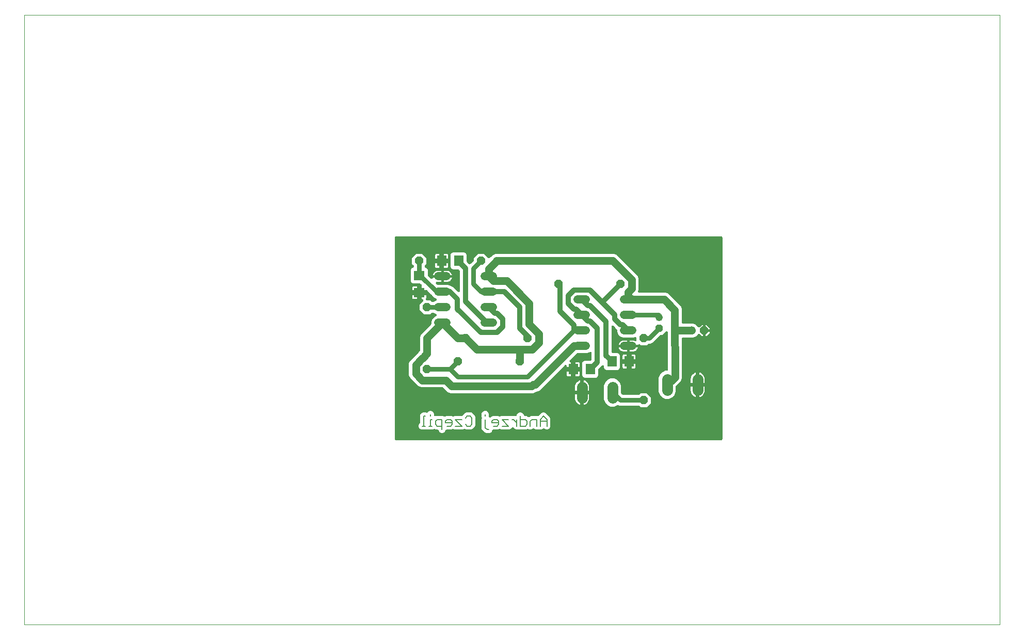
<source format=gbr>
G04 EAGLE Gerber RS-274X export*
G75*
%MOMM*%
%FSLAX34Y34*%
%LPD*%
%INTop Copper*%
%IPPOS*%
%AMOC8*
5,1,8,0,0,1.08239X$1,22.5*%
G01*
%ADD10C,0.000000*%
%ADD11C,0.152400*%
%ADD12R,1.600000X1.800000*%
%ADD13R,1.800000X1.600000*%
%ADD14P,1.319650X8X292.500000*%
%ADD15C,1.219200*%
%ADD16P,1.429621X8X22.500000*%
%ADD17C,1.320800*%
%ADD18C,1.790700*%
%ADD19P,1.429621X8X202.500000*%
%ADD20P,1.429621X8X292.500000*%
%ADD21P,1.429621X8X112.500000*%
%ADD22C,1.320800*%
%ADD23C,1.270000*%
%ADD24C,0.762000*%
%ADD25C,0.812800*%

G36*
X1143018Y302771D02*
X1143018Y302771D01*
X1143036Y302769D01*
X1143218Y302790D01*
X1143401Y302809D01*
X1143418Y302814D01*
X1143435Y302816D01*
X1143610Y302873D01*
X1143786Y302927D01*
X1143801Y302935D01*
X1143818Y302941D01*
X1143978Y303031D01*
X1144140Y303119D01*
X1144153Y303130D01*
X1144169Y303139D01*
X1144308Y303259D01*
X1144449Y303376D01*
X1144460Y303390D01*
X1144474Y303402D01*
X1144586Y303547D01*
X1144701Y303690D01*
X1144709Y303706D01*
X1144720Y303720D01*
X1144802Y303885D01*
X1144887Y304047D01*
X1144892Y304064D01*
X1144900Y304081D01*
X1144947Y304259D01*
X1144998Y304434D01*
X1145000Y304452D01*
X1145004Y304469D01*
X1145031Y304800D01*
X1145031Y635000D01*
X1145029Y635018D01*
X1145031Y635036D01*
X1145010Y635218D01*
X1144991Y635401D01*
X1144986Y635418D01*
X1144984Y635435D01*
X1144927Y635610D01*
X1144873Y635786D01*
X1144865Y635801D01*
X1144859Y635818D01*
X1144769Y635978D01*
X1144681Y636140D01*
X1144670Y636153D01*
X1144661Y636169D01*
X1144541Y636308D01*
X1144424Y636449D01*
X1144410Y636460D01*
X1144398Y636474D01*
X1144253Y636586D01*
X1144110Y636701D01*
X1144094Y636709D01*
X1144080Y636720D01*
X1143915Y636802D01*
X1143753Y636887D01*
X1143736Y636892D01*
X1143720Y636900D01*
X1143541Y636947D01*
X1143366Y636998D01*
X1143348Y637000D01*
X1143331Y637004D01*
X1143000Y637031D01*
X609600Y637031D01*
X609582Y637029D01*
X609564Y637031D01*
X609382Y637010D01*
X609199Y636991D01*
X609182Y636986D01*
X609165Y636984D01*
X608990Y636927D01*
X608814Y636873D01*
X608799Y636865D01*
X608782Y636859D01*
X608622Y636769D01*
X608460Y636681D01*
X608447Y636670D01*
X608431Y636661D01*
X608292Y636541D01*
X608151Y636424D01*
X608140Y636410D01*
X608127Y636398D01*
X608014Y636253D01*
X607899Y636110D01*
X607891Y636094D01*
X607880Y636080D01*
X607798Y635915D01*
X607713Y635753D01*
X607708Y635736D01*
X607700Y635720D01*
X607653Y635541D01*
X607602Y635366D01*
X607600Y635348D01*
X607596Y635331D01*
X607569Y635000D01*
X607569Y304800D01*
X607571Y304782D01*
X607569Y304764D01*
X607590Y304582D01*
X607609Y304399D01*
X607614Y304382D01*
X607616Y304365D01*
X607673Y304190D01*
X607727Y304014D01*
X607735Y303999D01*
X607741Y303982D01*
X607831Y303822D01*
X607919Y303660D01*
X607930Y303647D01*
X607939Y303631D01*
X608059Y303492D01*
X608176Y303351D01*
X608190Y303340D01*
X608202Y303327D01*
X608347Y303214D01*
X608490Y303099D01*
X608506Y303091D01*
X608520Y303080D01*
X608685Y302998D01*
X608847Y302913D01*
X608864Y302908D01*
X608881Y302900D01*
X609059Y302853D01*
X609234Y302802D01*
X609252Y302800D01*
X609269Y302796D01*
X609600Y302769D01*
X1143000Y302769D01*
X1143018Y302771D01*
G37*
%LPC*%
G36*
X1051708Y370712D02*
X1051708Y370712D01*
X1046550Y372849D01*
X1042602Y376797D01*
X1040466Y381955D01*
X1040466Y405445D01*
X1042602Y410603D01*
X1046550Y414551D01*
X1046778Y414646D01*
X1051682Y416677D01*
X1051708Y416688D01*
X1053656Y416688D01*
X1053677Y416690D01*
X1053698Y416688D01*
X1053877Y416710D01*
X1054057Y416728D01*
X1054077Y416734D01*
X1054098Y416736D01*
X1054269Y416793D01*
X1054442Y416846D01*
X1054460Y416856D01*
X1054481Y416862D01*
X1054637Y416952D01*
X1054796Y417038D01*
X1054812Y417051D01*
X1054831Y417062D01*
X1054967Y417180D01*
X1055105Y417295D01*
X1055118Y417312D01*
X1055134Y417326D01*
X1055245Y417469D01*
X1055357Y417609D01*
X1055367Y417628D01*
X1055380Y417645D01*
X1055460Y417807D01*
X1055543Y417966D01*
X1055549Y417987D01*
X1055558Y418006D01*
X1055604Y418180D01*
X1055654Y418353D01*
X1055656Y418374D01*
X1055662Y418395D01*
X1055688Y418726D01*
X1055654Y429086D01*
X1055488Y479795D01*
X1055488Y479800D01*
X1055488Y479806D01*
X1055467Y480001D01*
X1055447Y480195D01*
X1055445Y480201D01*
X1055445Y480206D01*
X1055385Y480395D01*
X1055328Y480580D01*
X1055325Y480585D01*
X1055323Y480590D01*
X1055228Y480763D01*
X1055135Y480933D01*
X1055131Y480937D01*
X1055128Y480942D01*
X1055003Y481090D01*
X1054876Y481242D01*
X1054871Y481245D01*
X1054868Y481249D01*
X1054717Y481369D01*
X1054561Y481493D01*
X1054556Y481496D01*
X1054552Y481499D01*
X1054378Y481587D01*
X1054204Y481677D01*
X1054198Y481679D01*
X1054193Y481681D01*
X1054006Y481734D01*
X1053816Y481787D01*
X1053811Y481788D01*
X1053805Y481789D01*
X1053609Y481804D01*
X1053415Y481819D01*
X1053409Y481818D01*
X1053404Y481819D01*
X1053207Y481794D01*
X1053015Y481771D01*
X1053010Y481769D01*
X1053004Y481768D01*
X1052818Y481706D01*
X1052633Y481645D01*
X1052628Y481642D01*
X1052623Y481640D01*
X1052453Y481542D01*
X1052283Y481446D01*
X1052279Y481442D01*
X1052274Y481439D01*
X1052021Y481224D01*
X1046030Y475233D01*
X1043638Y475233D01*
X1043611Y475231D01*
X1043585Y475233D01*
X1043411Y475211D01*
X1043237Y475193D01*
X1043212Y475186D01*
X1043185Y475182D01*
X1043019Y475126D01*
X1042852Y475075D01*
X1042829Y475062D01*
X1042804Y475054D01*
X1042652Y474967D01*
X1042498Y474883D01*
X1042478Y474866D01*
X1042455Y474853D01*
X1042202Y474638D01*
X1032713Y465149D01*
X1029926Y462363D01*
X1026659Y461009D01*
X1024475Y461009D01*
X1024449Y461007D01*
X1024422Y461009D01*
X1024248Y460987D01*
X1024075Y460969D01*
X1024049Y460962D01*
X1024023Y460958D01*
X1023857Y460903D01*
X1023690Y460851D01*
X1023666Y460838D01*
X1023641Y460830D01*
X1023489Y460743D01*
X1023336Y460659D01*
X1023315Y460642D01*
X1023292Y460629D01*
X1023039Y460414D01*
X1020840Y458215D01*
X1011160Y458215D01*
X1009808Y459567D01*
X1009678Y459674D01*
X1009551Y459785D01*
X1009522Y459801D01*
X1009497Y459822D01*
X1009348Y459901D01*
X1009202Y459985D01*
X1009170Y459995D01*
X1009141Y460011D01*
X1008980Y460059D01*
X1008820Y460112D01*
X1008787Y460116D01*
X1008755Y460126D01*
X1008587Y460141D01*
X1008420Y460162D01*
X1008387Y460159D01*
X1008354Y460162D01*
X1008186Y460144D01*
X1008019Y460131D01*
X1007987Y460122D01*
X1007954Y460119D01*
X1007793Y460068D01*
X1007631Y460022D01*
X1007602Y460007D01*
X1007570Y459997D01*
X1007423Y459916D01*
X1007273Y459839D01*
X1007247Y459818D01*
X1007218Y459802D01*
X1007089Y459693D01*
X1006957Y459589D01*
X1006936Y459563D01*
X1006911Y459542D01*
X1006806Y459410D01*
X1006698Y459281D01*
X1006682Y459252D01*
X1006665Y459231D01*
X992631Y459231D01*
X992631Y466345D01*
X997924Y466345D01*
X999345Y466120D01*
X1000714Y465675D01*
X1001362Y465345D01*
X1001449Y465311D01*
X1001531Y465268D01*
X1001636Y465238D01*
X1001737Y465199D01*
X1001829Y465182D01*
X1001918Y465157D01*
X1002027Y465148D01*
X1002133Y465129D01*
X1002227Y465131D01*
X1002320Y465124D01*
X1002427Y465136D01*
X1002536Y465139D01*
X1002627Y465160D01*
X1002719Y465171D01*
X1002823Y465204D01*
X1002929Y465228D01*
X1003014Y465267D01*
X1003102Y465296D01*
X1003197Y465349D01*
X1003296Y465393D01*
X1003372Y465448D01*
X1003453Y465493D01*
X1003535Y465564D01*
X1003623Y465628D01*
X1003687Y465696D01*
X1003758Y465757D01*
X1003824Y465842D01*
X1003898Y465922D01*
X1003947Y466001D01*
X1004004Y466075D01*
X1004053Y466172D01*
X1004110Y466264D01*
X1004142Y466352D01*
X1004184Y466435D01*
X1004212Y466540D01*
X1004249Y466642D01*
X1004264Y466734D01*
X1004288Y466824D01*
X1004299Y466958D01*
X1004312Y467040D01*
X1004310Y467089D01*
X1004315Y467155D01*
X1004315Y469858D01*
X1004314Y469872D01*
X1004315Y469885D01*
X1004294Y470071D01*
X1004275Y470259D01*
X1004271Y470272D01*
X1004270Y470285D01*
X1004212Y470464D01*
X1004157Y470644D01*
X1004151Y470655D01*
X1004147Y470668D01*
X1004055Y470833D01*
X1003965Y470998D01*
X1003957Y471008D01*
X1003950Y471020D01*
X1003828Y471162D01*
X1003708Y471307D01*
X1003697Y471315D01*
X1003689Y471326D01*
X1003541Y471441D01*
X1003394Y471559D01*
X1003382Y471565D01*
X1003372Y471574D01*
X1003203Y471658D01*
X1003037Y471745D01*
X1003024Y471749D01*
X1003012Y471755D01*
X1002831Y471804D01*
X1002650Y471856D01*
X1002636Y471857D01*
X1002623Y471861D01*
X1002435Y471874D01*
X1002248Y471889D01*
X1002235Y471888D01*
X1002222Y471888D01*
X1002034Y471864D01*
X1001849Y471842D01*
X1001836Y471838D01*
X1001823Y471836D01*
X1001507Y471735D01*
X999528Y470915D01*
X981672Y470915D01*
X977377Y472694D01*
X974090Y475981D01*
X972311Y480276D01*
X972311Y483640D01*
X972309Y483666D01*
X972311Y483693D01*
X972289Y483867D01*
X972271Y484040D01*
X972264Y484066D01*
X972260Y484092D01*
X972204Y484258D01*
X972153Y484425D01*
X972140Y484449D01*
X972132Y484474D01*
X972045Y484625D01*
X971961Y484779D01*
X971944Y484800D01*
X971931Y484823D01*
X971716Y485076D01*
X969435Y487358D01*
X966412Y490380D01*
X966405Y490386D01*
X966400Y490393D01*
X966250Y490513D01*
X966101Y490635D01*
X966093Y490639D01*
X966086Y490645D01*
X965916Y490733D01*
X965745Y490824D01*
X965736Y490826D01*
X965729Y490830D01*
X965544Y490883D01*
X965359Y490939D01*
X965350Y490939D01*
X965342Y490942D01*
X965151Y490957D01*
X964958Y490975D01*
X964949Y490974D01*
X964940Y490975D01*
X964751Y490952D01*
X964558Y490932D01*
X964549Y490929D01*
X964541Y490928D01*
X964359Y490868D01*
X964174Y490810D01*
X964166Y490806D01*
X964158Y490803D01*
X963989Y490708D01*
X963822Y490615D01*
X963815Y490609D01*
X963807Y490605D01*
X963661Y490479D01*
X963515Y490355D01*
X963509Y490348D01*
X963502Y490342D01*
X963385Y490190D01*
X963265Y490039D01*
X963261Y490031D01*
X963256Y490024D01*
X963170Y489852D01*
X963083Y489680D01*
X963080Y489671D01*
X963076Y489663D01*
X963026Y489477D01*
X962975Y489292D01*
X962974Y489283D01*
X962972Y489274D01*
X962945Y488944D01*
X962945Y447912D01*
X962947Y447894D01*
X962945Y447876D01*
X962966Y447694D01*
X962985Y447511D01*
X962990Y447494D01*
X962992Y447477D01*
X963049Y447302D01*
X963103Y447126D01*
X963111Y447111D01*
X963117Y447094D01*
X963207Y446934D01*
X963295Y446772D01*
X963306Y446759D01*
X963315Y446743D01*
X963435Y446604D01*
X963552Y446463D01*
X963566Y446452D01*
X963578Y446438D01*
X963723Y446326D01*
X963866Y446211D01*
X963882Y446203D01*
X963896Y446192D01*
X964061Y446110D01*
X964223Y446025D01*
X964240Y446020D01*
X964256Y446012D01*
X964435Y445965D01*
X964610Y445914D01*
X964628Y445912D01*
X964645Y445908D01*
X964976Y445881D01*
X972911Y445881D01*
X974778Y445107D01*
X976207Y443678D01*
X976981Y441811D01*
X976981Y421789D01*
X976207Y419922D01*
X974778Y418493D01*
X972911Y417719D01*
X954889Y417719D01*
X953022Y418493D01*
X951593Y419922D01*
X950819Y421789D01*
X950819Y423683D01*
X950818Y423692D01*
X950819Y423701D01*
X950799Y423891D01*
X950779Y424083D01*
X950777Y424092D01*
X950776Y424101D01*
X950718Y424283D01*
X950661Y424468D01*
X950657Y424476D01*
X950654Y424485D01*
X950561Y424653D01*
X950469Y424822D01*
X950464Y424829D01*
X950459Y424837D01*
X950335Y424984D01*
X950212Y425132D01*
X950205Y425137D01*
X950199Y425144D01*
X950048Y425263D01*
X949898Y425384D01*
X949890Y425388D01*
X949883Y425394D01*
X949710Y425481D01*
X949541Y425569D01*
X949532Y425572D01*
X949524Y425576D01*
X949338Y425628D01*
X949154Y425681D01*
X949145Y425682D01*
X949136Y425684D01*
X948943Y425698D01*
X948752Y425714D01*
X948744Y425713D01*
X948735Y425713D01*
X948542Y425689D01*
X948353Y425667D01*
X948344Y425664D01*
X948335Y425663D01*
X948152Y425602D01*
X947970Y425542D01*
X947962Y425538D01*
X947954Y425535D01*
X947788Y425439D01*
X947619Y425344D01*
X947612Y425338D01*
X947605Y425334D01*
X947352Y425119D01*
X944694Y422462D01*
X942076Y419843D01*
X942059Y419822D01*
X942038Y419805D01*
X941931Y419667D01*
X941821Y419532D01*
X941808Y419508D01*
X941792Y419487D01*
X941714Y419330D01*
X941632Y419176D01*
X941624Y419150D01*
X941612Y419126D01*
X941567Y418957D01*
X941517Y418790D01*
X941515Y418763D01*
X941508Y418737D01*
X941481Y418407D01*
X941481Y409089D01*
X940707Y407222D01*
X939278Y405793D01*
X937411Y405019D01*
X919389Y405019D01*
X917522Y405793D01*
X916093Y407222D01*
X915319Y409089D01*
X915319Y429111D01*
X916093Y430978D01*
X917522Y432407D01*
X918776Y432927D01*
X919389Y433181D01*
X928624Y433181D01*
X928642Y433183D01*
X928660Y433181D01*
X928842Y433202D01*
X929025Y433221D01*
X929042Y433226D01*
X929059Y433228D01*
X929234Y433285D01*
X929410Y433339D01*
X929425Y433347D01*
X929442Y433353D01*
X929602Y433443D01*
X929764Y433531D01*
X929777Y433542D01*
X929793Y433551D01*
X929932Y433671D01*
X930073Y433788D01*
X930084Y433802D01*
X930098Y433814D01*
X930210Y433959D01*
X930325Y434102D01*
X930333Y434118D01*
X930344Y434132D01*
X930426Y434297D01*
X930511Y434459D01*
X930516Y434476D01*
X930524Y434492D01*
X930571Y434671D01*
X930622Y434846D01*
X930624Y434864D01*
X930628Y434881D01*
X930655Y435212D01*
X930655Y445510D01*
X930654Y445524D01*
X930655Y445537D01*
X930634Y445723D01*
X930615Y445911D01*
X930611Y445924D01*
X930610Y445937D01*
X930552Y446116D01*
X930497Y446296D01*
X930491Y446308D01*
X930487Y446320D01*
X930395Y446485D01*
X930305Y446650D01*
X930297Y446660D01*
X930290Y446672D01*
X930168Y446815D01*
X930048Y446959D01*
X930037Y446967D01*
X930029Y446978D01*
X929880Y447094D01*
X929734Y447211D01*
X929722Y447218D01*
X929712Y447226D01*
X929543Y447311D01*
X929377Y447397D01*
X929364Y447401D01*
X929352Y447407D01*
X929170Y447456D01*
X928990Y447508D01*
X928976Y447509D01*
X928963Y447513D01*
X928775Y447526D01*
X928588Y447541D01*
X928575Y447540D01*
X928562Y447541D01*
X928374Y447516D01*
X928189Y447494D01*
X928176Y447490D01*
X928163Y447488D01*
X927847Y447387D01*
X923328Y445515D01*
X907022Y445515D01*
X906996Y445513D01*
X906969Y445515D01*
X906795Y445493D01*
X906621Y445475D01*
X906596Y445468D01*
X906569Y445464D01*
X906404Y445409D01*
X906237Y445357D01*
X906213Y445344D01*
X906188Y445336D01*
X906036Y445249D01*
X905883Y445165D01*
X905862Y445148D01*
X905839Y445135D01*
X905586Y444920D01*
X894774Y434108D01*
X894768Y434101D01*
X894761Y434096D01*
X894641Y433946D01*
X894519Y433797D01*
X894514Y433789D01*
X894509Y433782D01*
X894420Y433611D01*
X894330Y433441D01*
X894328Y433433D01*
X894323Y433425D01*
X894270Y433239D01*
X894215Y433055D01*
X894214Y433046D01*
X894212Y433038D01*
X894196Y432846D01*
X894179Y432654D01*
X894180Y432645D01*
X894179Y432636D01*
X894201Y432447D01*
X894222Y432254D01*
X894225Y432245D01*
X894226Y432237D01*
X894285Y432055D01*
X894344Y431870D01*
X894348Y431862D01*
X894351Y431854D01*
X894446Y431685D01*
X894539Y431518D01*
X894544Y431511D01*
X894549Y431503D01*
X894675Y431357D01*
X894799Y431211D01*
X894806Y431205D01*
X894812Y431198D01*
X894963Y431081D01*
X895115Y430961D01*
X895123Y430957D01*
X895130Y430952D01*
X895302Y430866D01*
X895474Y430779D01*
X895483Y430776D01*
X895491Y430772D01*
X895677Y430722D01*
X895862Y430671D01*
X895871Y430670D01*
X895879Y430668D01*
X896210Y430641D01*
X896401Y430641D01*
X896401Y423099D01*
X889859Y423099D01*
X889859Y424290D01*
X889858Y424299D01*
X889859Y424308D01*
X889838Y424501D01*
X889819Y424691D01*
X889817Y424699D01*
X889816Y424708D01*
X889757Y424892D01*
X889701Y425075D01*
X889697Y425083D01*
X889694Y425092D01*
X889601Y425260D01*
X889509Y425429D01*
X889504Y425436D01*
X889499Y425444D01*
X889375Y425591D01*
X889252Y425739D01*
X889245Y425744D01*
X889239Y425751D01*
X889087Y425871D01*
X888938Y425991D01*
X888930Y425995D01*
X888923Y426001D01*
X888750Y426089D01*
X888581Y426177D01*
X888572Y426179D01*
X888564Y426183D01*
X888378Y426235D01*
X888194Y426288D01*
X888185Y426289D01*
X888176Y426291D01*
X887983Y426305D01*
X887792Y426321D01*
X887784Y426320D01*
X887775Y426320D01*
X887582Y426296D01*
X887393Y426274D01*
X887384Y426271D01*
X887375Y426270D01*
X887193Y426209D01*
X887010Y426149D01*
X887002Y426145D01*
X886994Y426142D01*
X886827Y426046D01*
X886659Y425951D01*
X886652Y425945D01*
X886645Y425941D01*
X886392Y425726D01*
X848176Y387511D01*
X844675Y384009D01*
X840474Y382269D01*
X839929Y382269D01*
X839902Y382267D01*
X839875Y382269D01*
X839702Y382247D01*
X839528Y382229D01*
X839503Y382222D01*
X839476Y382218D01*
X839310Y382163D01*
X839143Y382111D01*
X839120Y382098D01*
X839094Y382090D01*
X838943Y382003D01*
X838789Y381919D01*
X838769Y381902D01*
X838745Y381889D01*
X838492Y381674D01*
X838288Y381469D01*
X834253Y379798D01*
X834086Y379729D01*
X698766Y379729D01*
X694565Y381469D01*
X686994Y389040D01*
X686973Y389057D01*
X686956Y389078D01*
X686818Y389185D01*
X686683Y389295D01*
X686659Y389308D01*
X686638Y389324D01*
X686481Y389402D01*
X686327Y389484D01*
X686301Y389492D01*
X686277Y389504D01*
X686108Y389549D01*
X685941Y389599D01*
X685914Y389601D01*
X685889Y389608D01*
X685558Y389635D01*
X650656Y389635D01*
X646455Y391375D01*
X632675Y405155D01*
X630935Y409356D01*
X630935Y428844D01*
X632675Y433045D01*
X646506Y446876D01*
X646614Y446934D01*
X646638Y446953D01*
X646665Y446969D01*
X646918Y447184D01*
X648374Y448640D01*
X648391Y448661D01*
X648412Y448678D01*
X648519Y448816D01*
X648629Y448951D01*
X648642Y448975D01*
X648658Y448996D01*
X648736Y449153D01*
X648818Y449307D01*
X648826Y449333D01*
X648838Y449357D01*
X648883Y449526D01*
X648933Y449693D01*
X648935Y449720D01*
X648942Y449745D01*
X648969Y450076D01*
X648969Y472174D01*
X650709Y476375D01*
X666916Y492582D01*
X666933Y492603D01*
X666954Y492620D01*
X667061Y492758D01*
X667171Y492893D01*
X667184Y492917D01*
X667200Y492938D01*
X667278Y493095D01*
X667360Y493249D01*
X667368Y493275D01*
X667380Y493299D01*
X667425Y493468D01*
X667475Y493635D01*
X667477Y493662D01*
X667484Y493687D01*
X667511Y494018D01*
X667511Y497624D01*
X669290Y501919D01*
X672577Y505206D01*
X674792Y506123D01*
X674800Y506128D01*
X674809Y506130D01*
X674979Y506223D01*
X675147Y506314D01*
X675154Y506319D01*
X675162Y506324D01*
X675310Y506448D01*
X675458Y506570D01*
X675463Y506577D01*
X675470Y506583D01*
X675590Y506733D01*
X675711Y506883D01*
X675715Y506891D01*
X675721Y506898D01*
X675808Y507067D01*
X675898Y507239D01*
X675901Y507248D01*
X675905Y507256D01*
X675957Y507438D01*
X676011Y507626D01*
X676012Y507635D01*
X676015Y507643D01*
X676029Y507834D01*
X676046Y508027D01*
X676045Y508036D01*
X676046Y508044D01*
X676022Y508235D01*
X676001Y508427D01*
X675998Y508435D01*
X675997Y508444D01*
X675937Y508626D01*
X675878Y508810D01*
X675873Y508818D01*
X675870Y508826D01*
X675775Y508994D01*
X675681Y509162D01*
X675676Y509168D01*
X675671Y509176D01*
X675544Y509322D01*
X675419Y509467D01*
X675412Y509473D01*
X675407Y509480D01*
X675254Y509597D01*
X675102Y509716D01*
X675094Y509720D01*
X675087Y509725D01*
X674792Y509877D01*
X672577Y510794D01*
X672157Y511214D01*
X672136Y511231D01*
X672119Y511252D01*
X671981Y511359D01*
X671845Y511469D01*
X671822Y511482D01*
X671801Y511498D01*
X671644Y511576D01*
X671490Y511658D01*
X671464Y511666D01*
X671440Y511678D01*
X671271Y511723D01*
X671104Y511773D01*
X671077Y511775D01*
X671051Y511782D01*
X670721Y511809D01*
X668875Y511809D01*
X668849Y511807D01*
X668822Y511809D01*
X668648Y511787D01*
X668475Y511769D01*
X668449Y511762D01*
X668423Y511758D01*
X668257Y511703D01*
X668090Y511651D01*
X668066Y511638D01*
X668041Y511630D01*
X667889Y511543D01*
X667736Y511459D01*
X667715Y511442D01*
X667692Y511429D01*
X667439Y511214D01*
X665240Y509015D01*
X655560Y509015D01*
X648715Y515860D01*
X648715Y525540D01*
X653967Y530792D01*
X653973Y530799D01*
X653980Y530804D01*
X654100Y530954D01*
X654222Y531103D01*
X654226Y531111D01*
X654232Y531118D01*
X654320Y531288D01*
X654411Y531459D01*
X654413Y531468D01*
X654417Y531475D01*
X654471Y531660D01*
X654526Y531845D01*
X654526Y531854D01*
X654529Y531862D01*
X654544Y532054D01*
X654562Y532246D01*
X654561Y532255D01*
X654562Y532264D01*
X654539Y532453D01*
X654519Y532646D01*
X654516Y532655D01*
X654515Y532663D01*
X654455Y532845D01*
X654397Y533030D01*
X654393Y533038D01*
X654390Y533046D01*
X654295Y533215D01*
X654202Y533382D01*
X654196Y533389D01*
X654192Y533397D01*
X654066Y533543D01*
X653942Y533689D01*
X653935Y533695D01*
X653929Y533702D01*
X653777Y533819D01*
X653626Y533939D01*
X653618Y533943D01*
X653611Y533948D01*
X653439Y534034D01*
X653267Y534121D01*
X653258Y534124D01*
X653250Y534128D01*
X653064Y534178D01*
X652879Y534229D01*
X652870Y534230D01*
X652861Y534232D01*
X652531Y534259D01*
X651699Y534259D01*
X651699Y540801D01*
X659241Y540801D01*
X659241Y536465D01*
X659068Y535819D01*
X658844Y535432D01*
X658783Y535298D01*
X658716Y535169D01*
X658701Y535115D01*
X658678Y535065D01*
X658645Y534922D01*
X658605Y534782D01*
X658600Y534726D01*
X658588Y534672D01*
X658584Y534526D01*
X658572Y534380D01*
X658578Y534325D01*
X658577Y534270D01*
X658602Y534126D01*
X658619Y533981D01*
X658636Y533928D01*
X658645Y533873D01*
X658698Y533737D01*
X658744Y533598D01*
X658771Y533549D01*
X658791Y533498D01*
X658870Y533374D01*
X658942Y533247D01*
X658978Y533205D01*
X659008Y533158D01*
X659109Y533053D01*
X659205Y532942D01*
X659249Y532908D01*
X659287Y532869D01*
X659407Y532785D01*
X659523Y532696D01*
X659573Y532671D01*
X659618Y532639D01*
X659752Y532582D01*
X659883Y532516D01*
X659937Y532502D01*
X659988Y532480D01*
X660131Y532450D01*
X660272Y532412D01*
X660335Y532407D01*
X660382Y532397D01*
X660466Y532396D01*
X660603Y532385D01*
X665240Y532385D01*
X667439Y530186D01*
X667460Y530169D01*
X667477Y530148D01*
X667615Y530041D01*
X667751Y529931D01*
X667774Y529918D01*
X667795Y529902D01*
X667952Y529824D01*
X668106Y529742D01*
X668132Y529734D01*
X668156Y529722D01*
X668325Y529677D01*
X668492Y529627D01*
X668519Y529625D01*
X668545Y529618D01*
X668875Y529591D01*
X670721Y529591D01*
X670747Y529593D01*
X670774Y529591D01*
X670948Y529613D01*
X671121Y529631D01*
X671147Y529638D01*
X671173Y529642D01*
X671339Y529697D01*
X671506Y529749D01*
X671530Y529762D01*
X671555Y529770D01*
X671707Y529857D01*
X671860Y529941D01*
X671881Y529958D01*
X671904Y529971D01*
X672157Y530186D01*
X672577Y530606D01*
X674792Y531523D01*
X674800Y531528D01*
X674809Y531530D01*
X674979Y531623D01*
X675147Y531714D01*
X675154Y531719D01*
X675162Y531724D01*
X675310Y531848D01*
X675458Y531970D01*
X675463Y531977D01*
X675470Y531983D01*
X675590Y532133D01*
X675711Y532283D01*
X675715Y532291D01*
X675721Y532298D01*
X675808Y532467D01*
X675898Y532639D01*
X675901Y532648D01*
X675905Y532656D01*
X675957Y532838D01*
X676011Y533026D01*
X676012Y533035D01*
X676015Y533043D01*
X676029Y533234D01*
X676046Y533427D01*
X676045Y533436D01*
X676046Y533444D01*
X676022Y533635D01*
X676001Y533827D01*
X675998Y533835D01*
X675997Y533844D01*
X675937Y534026D01*
X675878Y534210D01*
X675873Y534218D01*
X675870Y534226D01*
X675775Y534394D01*
X675681Y534562D01*
X675676Y534568D01*
X675671Y534576D01*
X675544Y534722D01*
X675419Y534867D01*
X675412Y534873D01*
X675407Y534880D01*
X675254Y534997D01*
X675102Y535116D01*
X675094Y535120D01*
X675087Y535125D01*
X674792Y535277D01*
X672577Y536194D01*
X669290Y539481D01*
X668930Y540350D01*
X668915Y540378D01*
X668906Y540407D01*
X668821Y540555D01*
X668740Y540705D01*
X668720Y540729D01*
X668705Y540756D01*
X668490Y541009D01*
X668150Y541349D01*
X668149Y541350D01*
X661295Y548204D01*
X661274Y548221D01*
X661256Y548242D01*
X661119Y548349D01*
X660983Y548459D01*
X660960Y548472D01*
X660938Y548488D01*
X660781Y548566D01*
X660627Y548648D01*
X660602Y548656D01*
X660578Y548668D01*
X660408Y548713D01*
X660242Y548763D01*
X660215Y548765D01*
X660189Y548772D01*
X659858Y548799D01*
X651699Y548799D01*
X651699Y556958D01*
X651697Y556985D01*
X651699Y557012D01*
X651677Y557186D01*
X651659Y557359D01*
X651652Y557384D01*
X651648Y557411D01*
X651593Y557577D01*
X651541Y557744D01*
X651528Y557767D01*
X651520Y557793D01*
X651433Y557944D01*
X651349Y558098D01*
X651332Y558118D01*
X651319Y558142D01*
X651104Y558395D01*
X650375Y559124D01*
X650354Y559141D01*
X650336Y559162D01*
X650199Y559269D01*
X650063Y559379D01*
X650040Y559392D01*
X650018Y559408D01*
X649861Y559486D01*
X649707Y559568D01*
X649682Y559576D01*
X649658Y559588D01*
X649488Y559633D01*
X649322Y559683D01*
X649295Y559685D01*
X649269Y559692D01*
X648938Y559719D01*
X637689Y559719D01*
X635822Y560493D01*
X634393Y561922D01*
X633619Y563789D01*
X633619Y581811D01*
X634393Y583678D01*
X635822Y585107D01*
X637555Y585825D01*
X637575Y585836D01*
X637596Y585843D01*
X637752Y585931D01*
X637910Y586015D01*
X637927Y586030D01*
X637947Y586041D01*
X638082Y586157D01*
X638221Y586272D01*
X638235Y586289D01*
X638252Y586304D01*
X638361Y586445D01*
X638474Y586584D01*
X638485Y586604D01*
X638498Y586622D01*
X638578Y586782D01*
X638661Y586941D01*
X638668Y586962D01*
X638678Y586982D01*
X638724Y587156D01*
X638774Y587327D01*
X638776Y587350D01*
X638782Y587371D01*
X638809Y587702D01*
X638809Y588425D01*
X638807Y588451D01*
X638809Y588478D01*
X638787Y588652D01*
X638769Y588825D01*
X638762Y588851D01*
X638758Y588877D01*
X638702Y589043D01*
X638651Y589210D01*
X638638Y589234D01*
X638630Y589259D01*
X638543Y589410D01*
X638459Y589564D01*
X638442Y589585D01*
X638429Y589608D01*
X638214Y589861D01*
X636015Y592060D01*
X636015Y601740D01*
X642860Y608585D01*
X652540Y608585D01*
X659385Y601740D01*
X659385Y592060D01*
X657186Y589861D01*
X657169Y589840D01*
X657148Y589823D01*
X657041Y589685D01*
X656931Y589550D01*
X656918Y589526D01*
X656902Y589505D01*
X656824Y589348D01*
X656742Y589194D01*
X656734Y589168D01*
X656722Y589144D01*
X656677Y588975D01*
X656627Y588808D01*
X656625Y588781D01*
X656618Y588755D01*
X656591Y588425D01*
X656591Y587702D01*
X656593Y587680D01*
X656591Y587657D01*
X656613Y587480D01*
X656631Y587301D01*
X656637Y587280D01*
X656640Y587258D01*
X656696Y587088D01*
X656749Y586916D01*
X656759Y586897D01*
X656766Y586875D01*
X656855Y586720D01*
X656941Y586562D01*
X656955Y586545D01*
X656966Y586526D01*
X657083Y586391D01*
X657198Y586253D01*
X657216Y586239D01*
X657230Y586222D01*
X657372Y586113D01*
X657512Y586001D01*
X657532Y585990D01*
X657550Y585977D01*
X657845Y585825D01*
X659578Y585107D01*
X661007Y583678D01*
X661781Y581811D01*
X661781Y573706D01*
X661783Y573680D01*
X661781Y573653D01*
X661803Y573479D01*
X661821Y573306D01*
X661828Y573280D01*
X661832Y573254D01*
X661887Y573088D01*
X661939Y572921D01*
X661952Y572897D01*
X661960Y572872D01*
X662047Y572720D01*
X662131Y572567D01*
X662148Y572546D01*
X662161Y572523D01*
X662376Y572270D01*
X666795Y567851D01*
X666925Y567744D01*
X667052Y567633D01*
X667081Y567617D01*
X667106Y567596D01*
X667255Y567517D01*
X667401Y567433D01*
X667433Y567423D01*
X667462Y567407D01*
X667623Y567359D01*
X667783Y567306D01*
X667816Y567302D01*
X667848Y567292D01*
X668016Y567277D01*
X668183Y567257D01*
X668216Y567259D01*
X668249Y567256D01*
X668417Y567274D01*
X668584Y567287D01*
X668616Y567296D01*
X668649Y567299D01*
X668810Y567350D01*
X668972Y567396D01*
X669001Y567411D01*
X669033Y567421D01*
X669180Y567502D01*
X669330Y567579D01*
X669356Y567600D01*
X669385Y567616D01*
X669514Y567725D01*
X669646Y567829D01*
X669667Y567855D01*
X669692Y567876D01*
X669797Y568008D01*
X669905Y568137D01*
X669921Y568166D01*
X669942Y568192D01*
X670018Y568342D01*
X670099Y568490D01*
X670109Y568521D01*
X670124Y568551D01*
X670170Y568713D01*
X670220Y568874D01*
X670223Y568907D01*
X670232Y568939D01*
X670245Y569107D01*
X670262Y569274D01*
X670260Y569311D01*
X670262Y569340D01*
X670251Y569426D01*
X670248Y569469D01*
X683769Y569469D01*
X683769Y562355D01*
X678476Y562355D01*
X677301Y562541D01*
X677133Y562551D01*
X676965Y562566D01*
X676932Y562563D01*
X676899Y562565D01*
X676733Y562541D01*
X676565Y562523D01*
X676533Y562513D01*
X676500Y562508D01*
X676342Y562452D01*
X676181Y562401D01*
X676152Y562385D01*
X676121Y562374D01*
X675976Y562288D01*
X675829Y562207D01*
X675804Y562185D01*
X675775Y562168D01*
X675650Y562055D01*
X675522Y561946D01*
X675501Y561920D01*
X675477Y561898D01*
X675377Y561762D01*
X675272Y561630D01*
X675257Y561601D01*
X675237Y561574D01*
X675166Y561422D01*
X675090Y561271D01*
X675081Y561239D01*
X675067Y561209D01*
X675027Y561046D01*
X674982Y560883D01*
X674980Y560850D01*
X674972Y560818D01*
X674965Y560650D01*
X674953Y560482D01*
X674957Y560449D01*
X674955Y560416D01*
X674982Y560250D01*
X675003Y560082D01*
X675014Y560051D01*
X675019Y560018D01*
X675078Y559860D01*
X675131Y559701D01*
X675148Y559672D01*
X675159Y559641D01*
X675248Y559498D01*
X675332Y559352D01*
X675356Y559323D01*
X675372Y559299D01*
X675431Y559236D01*
X675547Y559099D01*
X676266Y558380D01*
X676287Y558363D01*
X676304Y558342D01*
X676442Y558235D01*
X676578Y558125D01*
X676601Y558112D01*
X676622Y558096D01*
X676779Y558018D01*
X676933Y557936D01*
X676959Y557928D01*
X676983Y557916D01*
X677152Y557871D01*
X677319Y557821D01*
X677346Y557819D01*
X677372Y557812D01*
X677702Y557785D01*
X694728Y557785D01*
X699023Y556006D01*
X699189Y555840D01*
X699210Y555823D01*
X699227Y555802D01*
X699365Y555695D01*
X699501Y555585D01*
X699524Y555572D01*
X699545Y555556D01*
X699702Y555478D01*
X699856Y555396D01*
X699882Y555388D01*
X699906Y555376D01*
X700075Y555331D01*
X700203Y555293D01*
X703680Y553853D01*
X711034Y546499D01*
X711041Y546493D01*
X711046Y546486D01*
X711196Y546366D01*
X711345Y546244D01*
X711353Y546240D01*
X711360Y546234D01*
X711530Y546146D01*
X711701Y546055D01*
X711710Y546053D01*
X711717Y546049D01*
X711902Y545995D01*
X712087Y545940D01*
X712096Y545940D01*
X712104Y545937D01*
X712296Y545921D01*
X712488Y545904D01*
X712497Y545905D01*
X712506Y545904D01*
X712695Y545926D01*
X712888Y545947D01*
X712897Y545950D01*
X712905Y545951D01*
X713087Y546011D01*
X713272Y546069D01*
X713280Y546073D01*
X713288Y546076D01*
X713457Y546171D01*
X713624Y546264D01*
X713631Y546269D01*
X713639Y546274D01*
X713785Y546400D01*
X713931Y546524D01*
X713937Y546531D01*
X713944Y546537D01*
X714061Y546688D01*
X714181Y546840D01*
X714185Y546848D01*
X714190Y546855D01*
X714276Y547027D01*
X714363Y547199D01*
X714366Y547208D01*
X714370Y547216D01*
X714420Y547402D01*
X714471Y547587D01*
X714472Y547596D01*
X714474Y547604D01*
X714501Y547935D01*
X714501Y579825D01*
X714499Y579851D01*
X714501Y579878D01*
X714479Y580052D01*
X714461Y580225D01*
X714454Y580251D01*
X714450Y580277D01*
X714394Y580443D01*
X714343Y580610D01*
X714331Y580634D01*
X714322Y580659D01*
X714235Y580811D01*
X714151Y580964D01*
X714134Y580985D01*
X714121Y581008D01*
X713906Y581261D01*
X712943Y582224D01*
X712922Y582241D01*
X712905Y582262D01*
X712767Y582368D01*
X712632Y582479D01*
X712608Y582492D01*
X712587Y582508D01*
X712430Y582586D01*
X712276Y582668D01*
X712250Y582676D01*
X712226Y582688D01*
X712057Y582733D01*
X711890Y582783D01*
X711863Y582785D01*
X711837Y582792D01*
X711507Y582819D01*
X703489Y582819D01*
X701622Y583593D01*
X700193Y585022D01*
X699419Y586889D01*
X699419Y606911D01*
X700193Y608778D01*
X701622Y610207D01*
X703489Y610981D01*
X721511Y610981D01*
X723378Y610207D01*
X724807Y608778D01*
X725581Y606911D01*
X725581Y596293D01*
X725583Y596267D01*
X725581Y596240D01*
X725603Y596066D01*
X725621Y595893D01*
X725628Y595867D01*
X725632Y595840D01*
X725688Y595675D01*
X725739Y595508D01*
X725752Y595484D01*
X725760Y595459D01*
X725847Y595308D01*
X725931Y595154D01*
X725948Y595133D01*
X725961Y595110D01*
X726176Y594857D01*
X728540Y592492D01*
X728993Y592039D01*
X729007Y592028D01*
X729019Y592014D01*
X729162Y591901D01*
X729305Y591784D01*
X729321Y591776D01*
X729335Y591765D01*
X729498Y591682D01*
X729660Y591596D01*
X729678Y591590D01*
X729694Y591582D01*
X729871Y591533D01*
X730046Y591481D01*
X730064Y591479D01*
X730081Y591474D01*
X730265Y591461D01*
X730447Y591444D01*
X730465Y591446D01*
X730483Y591445D01*
X730665Y591468D01*
X730848Y591488D01*
X730865Y591493D01*
X730882Y591495D01*
X731057Y591554D01*
X731231Y591609D01*
X731247Y591618D01*
X731264Y591624D01*
X731423Y591715D01*
X731584Y591804D01*
X731597Y591816D01*
X731613Y591825D01*
X731866Y592039D01*
X737020Y597194D01*
X737037Y597214D01*
X737058Y597232D01*
X737164Y597369D01*
X737275Y597505D01*
X737288Y597529D01*
X737304Y597550D01*
X737382Y597707D01*
X737464Y597861D01*
X737472Y597886D01*
X737484Y597911D01*
X737529Y598080D01*
X737579Y598247D01*
X737581Y598273D01*
X737588Y598299D01*
X737615Y598630D01*
X737615Y601740D01*
X744460Y608585D01*
X754140Y608585D01*
X760795Y601929D01*
X760803Y601923D01*
X760805Y601920D01*
X760811Y601916D01*
X760821Y601905D01*
X760964Y601791D01*
X761107Y601674D01*
X761123Y601666D01*
X761136Y601655D01*
X761301Y601572D01*
X761462Y601486D01*
X761479Y601481D01*
X761495Y601473D01*
X761673Y601423D01*
X761848Y601371D01*
X761866Y601369D01*
X761883Y601365D01*
X762067Y601351D01*
X762249Y601335D01*
X762267Y601336D01*
X762285Y601335D01*
X762467Y601358D01*
X762650Y601378D01*
X762667Y601383D01*
X762684Y601386D01*
X762858Y601444D01*
X763033Y601499D01*
X763049Y601508D01*
X763066Y601514D01*
X763225Y601606D01*
X763386Y601694D01*
X763399Y601706D01*
X763415Y601715D01*
X763668Y601929D01*
X764650Y602912D01*
X764670Y602936D01*
X764694Y602957D01*
X764798Y603092D01*
X764905Y603223D01*
X764920Y603251D01*
X764939Y603276D01*
X764970Y603335D01*
X768225Y606591D01*
X770697Y607614D01*
X772426Y608331D01*
X967578Y608331D01*
X971779Y606591D01*
X1005625Y572745D01*
X1007365Y568544D01*
X1007365Y549056D01*
X1006778Y547639D01*
X1006774Y547626D01*
X1006768Y547615D01*
X1006716Y547434D01*
X1006661Y547254D01*
X1006660Y547241D01*
X1006656Y547228D01*
X1006641Y547039D01*
X1006623Y546853D01*
X1006625Y546840D01*
X1006623Y546826D01*
X1006645Y546640D01*
X1006665Y546453D01*
X1006669Y546440D01*
X1006670Y546427D01*
X1006729Y546247D01*
X1006785Y546068D01*
X1006791Y546057D01*
X1006795Y546044D01*
X1006888Y545879D01*
X1006978Y545715D01*
X1006987Y545705D01*
X1006993Y545693D01*
X1007116Y545551D01*
X1007237Y545407D01*
X1007248Y545399D01*
X1007256Y545388D01*
X1007404Y545274D01*
X1007552Y545156D01*
X1007564Y545150D01*
X1007574Y545142D01*
X1007743Y545058D01*
X1007910Y544972D01*
X1007923Y544968D01*
X1007935Y544962D01*
X1008118Y544913D01*
X1008297Y544862D01*
X1008311Y544861D01*
X1008324Y544858D01*
X1008654Y544831D01*
X1051949Y544831D01*
X1056151Y543091D01*
X1059652Y539589D01*
X1074864Y524377D01*
X1074866Y524375D01*
X1074868Y524373D01*
X1076483Y522769D01*
X1077351Y520673D01*
X1077353Y520670D01*
X1077354Y520667D01*
X1078231Y518569D01*
X1078231Y516297D01*
X1078231Y516294D01*
X1078231Y516290D01*
X1078297Y496056D01*
X1078298Y496041D01*
X1078297Y496027D01*
X1078319Y495842D01*
X1078338Y495655D01*
X1078342Y495641D01*
X1078344Y495627D01*
X1078403Y495447D01*
X1078457Y495271D01*
X1078464Y495258D01*
X1078469Y495244D01*
X1078561Y495080D01*
X1078650Y494917D01*
X1078660Y494906D01*
X1078667Y494894D01*
X1078789Y494752D01*
X1078909Y494609D01*
X1078920Y494600D01*
X1078930Y494589D01*
X1079077Y494475D01*
X1079224Y494358D01*
X1079237Y494351D01*
X1079248Y494342D01*
X1079415Y494259D01*
X1079582Y494173D01*
X1079596Y494169D01*
X1079609Y494163D01*
X1079789Y494114D01*
X1079969Y494063D01*
X1079983Y494062D01*
X1079997Y494058D01*
X1080328Y494031D01*
X1091399Y494031D01*
X1091430Y494034D01*
X1091462Y494032D01*
X1091631Y494054D01*
X1091800Y494071D01*
X1091830Y494080D01*
X1091861Y494084D01*
X1092177Y494186D01*
X1092416Y494285D01*
X1097064Y494285D01*
X1101359Y492506D01*
X1104646Y489219D01*
X1104683Y489128D01*
X1104690Y489116D01*
X1104694Y489103D01*
X1104785Y488939D01*
X1104874Y488773D01*
X1104882Y488763D01*
X1104889Y488751D01*
X1105010Y488608D01*
X1105130Y488463D01*
X1105141Y488454D01*
X1105149Y488444D01*
X1105296Y488328D01*
X1105443Y488209D01*
X1105455Y488203D01*
X1105465Y488194D01*
X1105632Y488110D01*
X1105799Y488022D01*
X1105812Y488018D01*
X1105824Y488012D01*
X1106005Y487962D01*
X1106186Y487909D01*
X1106199Y487908D01*
X1106212Y487904D01*
X1106401Y487890D01*
X1106587Y487874D01*
X1106600Y487876D01*
X1106613Y487875D01*
X1106801Y487898D01*
X1106987Y487919D01*
X1107000Y487923D01*
X1107013Y487925D01*
X1107191Y487985D01*
X1107370Y488043D01*
X1107382Y488049D01*
X1107395Y488053D01*
X1107557Y488147D01*
X1107722Y488239D01*
X1107732Y488248D01*
X1107743Y488254D01*
X1107996Y488469D01*
X1111272Y491745D01*
X1113029Y491745D01*
X1113029Y482600D01*
X1113029Y473455D01*
X1111272Y473455D01*
X1107996Y476731D01*
X1107986Y476740D01*
X1107977Y476750D01*
X1107830Y476867D01*
X1107685Y476986D01*
X1107673Y476992D01*
X1107663Y477001D01*
X1107495Y477087D01*
X1107329Y477175D01*
X1107316Y477179D01*
X1107304Y477185D01*
X1107123Y477236D01*
X1106943Y477289D01*
X1106930Y477291D01*
X1106917Y477294D01*
X1106731Y477309D01*
X1106542Y477326D01*
X1106529Y477324D01*
X1106516Y477325D01*
X1106330Y477303D01*
X1106142Y477282D01*
X1106129Y477278D01*
X1106116Y477277D01*
X1105938Y477218D01*
X1105758Y477161D01*
X1105746Y477154D01*
X1105734Y477150D01*
X1105571Y477057D01*
X1105406Y476966D01*
X1105396Y476957D01*
X1105384Y476951D01*
X1105242Y476827D01*
X1105099Y476706D01*
X1105091Y476695D01*
X1105080Y476686D01*
X1104966Y476537D01*
X1104849Y476390D01*
X1104843Y476378D01*
X1104835Y476367D01*
X1104683Y476072D01*
X1104646Y475981D01*
X1101359Y472694D01*
X1097064Y470915D01*
X1092416Y470915D01*
X1092175Y471015D01*
X1092145Y471024D01*
X1092117Y471038D01*
X1091953Y471082D01*
X1091790Y471131D01*
X1091759Y471134D01*
X1091728Y471143D01*
X1091398Y471170D01*
X1080416Y471170D01*
X1080395Y471168D01*
X1080374Y471169D01*
X1080195Y471148D01*
X1080015Y471130D01*
X1079995Y471123D01*
X1079974Y471121D01*
X1079803Y471065D01*
X1079630Y471012D01*
X1079612Y471001D01*
X1079592Y470995D01*
X1079435Y470906D01*
X1079276Y470820D01*
X1079260Y470806D01*
X1079242Y470796D01*
X1079105Y470677D01*
X1078967Y470562D01*
X1078954Y470546D01*
X1078938Y470532D01*
X1078828Y470389D01*
X1078715Y470248D01*
X1078705Y470230D01*
X1078692Y470213D01*
X1078612Y470050D01*
X1078529Y469891D01*
X1078523Y469871D01*
X1078514Y469852D01*
X1078468Y469678D01*
X1078418Y469504D01*
X1078416Y469483D01*
X1078411Y469463D01*
X1078385Y469132D01*
X1078498Y434516D01*
X1078581Y409051D01*
X1078584Y409023D01*
X1078582Y408994D01*
X1078589Y408935D01*
X1078589Y406378D01*
X1078590Y406375D01*
X1078589Y406371D01*
X1078597Y404103D01*
X1077728Y402006D01*
X1077728Y402004D01*
X1077726Y402000D01*
X1076863Y399897D01*
X1075261Y398295D01*
X1075259Y398293D01*
X1075256Y398290D01*
X1073443Y396465D01*
X1073364Y396399D01*
X1069129Y392164D01*
X1069112Y392143D01*
X1069092Y392126D01*
X1068985Y391988D01*
X1068874Y391852D01*
X1068862Y391829D01*
X1068845Y391807D01*
X1068767Y391650D01*
X1068685Y391496D01*
X1068678Y391471D01*
X1068666Y391447D01*
X1068620Y391277D01*
X1068571Y391111D01*
X1068568Y391084D01*
X1068561Y391058D01*
X1068534Y390727D01*
X1068534Y381955D01*
X1066398Y376797D01*
X1062450Y372849D01*
X1057292Y370712D01*
X1051708Y370712D01*
G37*
%LPD*%
%LPC*%
G36*
X757665Y314616D02*
X757665Y314616D01*
X755518Y315505D01*
X751163Y319861D01*
X750273Y322008D01*
X750273Y337891D01*
X750593Y338663D01*
X750601Y338689D01*
X750613Y338712D01*
X750659Y338881D01*
X750710Y339048D01*
X750712Y339075D01*
X750719Y339101D01*
X750731Y339276D01*
X750748Y339449D01*
X750745Y339476D01*
X750747Y339502D01*
X750724Y339677D01*
X750706Y339850D01*
X750698Y339875D01*
X750695Y339902D01*
X750593Y340218D01*
X750273Y340990D01*
X750273Y346026D01*
X751163Y348173D01*
X752806Y349817D01*
X754954Y350706D01*
X757278Y350706D01*
X759426Y349817D01*
X761069Y348173D01*
X761959Y346026D01*
X761959Y342078D01*
X761960Y342069D01*
X761959Y342060D01*
X761980Y341868D01*
X761999Y341678D01*
X762001Y341669D01*
X762002Y341660D01*
X762060Y341478D01*
X762117Y341293D01*
X762121Y341285D01*
X762124Y341276D01*
X762217Y341108D01*
X762309Y340939D01*
X762314Y340932D01*
X762319Y340924D01*
X762444Y340776D01*
X762566Y340629D01*
X762573Y340624D01*
X762579Y340617D01*
X762731Y340497D01*
X762880Y340377D01*
X762888Y340373D01*
X762895Y340367D01*
X763066Y340280D01*
X763237Y340191D01*
X763246Y340189D01*
X763254Y340185D01*
X763440Y340133D01*
X763624Y340080D01*
X763633Y340079D01*
X763642Y340077D01*
X763834Y340063D01*
X764026Y340047D01*
X764034Y340048D01*
X764043Y340048D01*
X764236Y340072D01*
X764425Y340094D01*
X764434Y340097D01*
X764443Y340098D01*
X764626Y340159D01*
X764808Y340219D01*
X764816Y340223D01*
X764824Y340226D01*
X764990Y340322D01*
X765159Y340417D01*
X765166Y340423D01*
X765173Y340427D01*
X765426Y340642D01*
X766466Y341682D01*
X768614Y342571D01*
X776361Y342571D01*
X777659Y342034D01*
X778540Y341669D01*
X778566Y341661D01*
X778590Y341649D01*
X778758Y341603D01*
X778926Y341552D01*
X778952Y341550D01*
X778978Y341543D01*
X779153Y341531D01*
X779326Y341514D01*
X779353Y341517D01*
X779380Y341515D01*
X779553Y341538D01*
X779727Y341556D01*
X779752Y341564D01*
X779779Y341567D01*
X780095Y341669D01*
X782274Y342571D01*
X795445Y342571D01*
X796259Y342234D01*
X796285Y342226D01*
X796309Y342214D01*
X796477Y342168D01*
X796645Y342117D01*
X796671Y342115D01*
X796697Y342108D01*
X796872Y342096D01*
X797045Y342079D01*
X797072Y342082D01*
X797099Y342080D01*
X797273Y342103D01*
X797446Y342121D01*
X797471Y342129D01*
X797498Y342132D01*
X797814Y342234D01*
X798628Y342571D01*
X803664Y342571D01*
X804436Y342252D01*
X804462Y342244D01*
X804486Y342232D01*
X804655Y342185D01*
X804822Y342135D01*
X804848Y342133D01*
X804874Y342125D01*
X805049Y342113D01*
X805223Y342097D01*
X805249Y342100D01*
X805276Y342098D01*
X805449Y342120D01*
X805623Y342139D01*
X805649Y342147D01*
X805675Y342150D01*
X805991Y342251D01*
X806634Y342518D01*
X806658Y342530D01*
X806683Y342539D01*
X806834Y342625D01*
X806989Y342708D01*
X807009Y342725D01*
X807033Y342738D01*
X807164Y342853D01*
X807299Y342964D01*
X807316Y342985D01*
X807336Y343003D01*
X807443Y343141D01*
X807553Y343277D01*
X807565Y343301D01*
X807582Y343322D01*
X807733Y343617D01*
X808497Y345462D01*
X810141Y347105D01*
X812288Y347995D01*
X814613Y347995D01*
X816760Y347105D01*
X818404Y345462D01*
X819081Y343825D01*
X819092Y343806D01*
X819099Y343784D01*
X819187Y343628D01*
X819272Y343470D01*
X819286Y343453D01*
X819297Y343434D01*
X819414Y343298D01*
X819528Y343160D01*
X819545Y343146D01*
X819560Y343129D01*
X819701Y343019D01*
X819841Y342906D01*
X819860Y342896D01*
X819878Y342882D01*
X820039Y342802D01*
X820197Y342719D01*
X820218Y342713D01*
X820238Y342703D01*
X820412Y342656D01*
X820584Y342606D01*
X820606Y342604D01*
X820627Y342598D01*
X820958Y342571D01*
X822748Y342571D01*
X824045Y342034D01*
X824046Y342034D01*
X824895Y341682D01*
X825623Y340954D01*
X825637Y340942D01*
X825649Y340929D01*
X825793Y340815D01*
X825935Y340699D01*
X825950Y340690D01*
X825964Y340679D01*
X826129Y340596D01*
X826290Y340510D01*
X826307Y340505D01*
X826323Y340497D01*
X826500Y340447D01*
X826676Y340395D01*
X826694Y340394D01*
X826711Y340389D01*
X826894Y340375D01*
X827077Y340359D01*
X827095Y340361D01*
X827113Y340359D01*
X827294Y340382D01*
X827478Y340402D01*
X827495Y340408D01*
X827512Y340410D01*
X827685Y340468D01*
X827861Y340524D01*
X827877Y340532D01*
X827894Y340538D01*
X828054Y340630D01*
X828214Y340719D01*
X828227Y340730D01*
X828243Y340739D01*
X828496Y340954D01*
X829224Y341682D01*
X831371Y342571D01*
X841831Y342571D01*
X841950Y342522D01*
X841972Y342515D01*
X841992Y342505D01*
X842164Y342457D01*
X842336Y342405D01*
X842358Y342403D01*
X842380Y342397D01*
X842559Y342384D01*
X842737Y342367D01*
X842759Y342369D01*
X842781Y342368D01*
X842960Y342390D01*
X843137Y342409D01*
X843158Y342415D01*
X843181Y342418D01*
X843350Y342475D01*
X843521Y342529D01*
X843541Y342539D01*
X843562Y342546D01*
X843718Y342636D01*
X843875Y342722D01*
X843892Y342736D01*
X843911Y342747D01*
X844164Y342962D01*
X848307Y347105D01*
X850455Y347995D01*
X852779Y347995D01*
X854926Y347105D01*
X861993Y340038D01*
X862883Y337891D01*
X862883Y324720D01*
X861993Y322572D01*
X860350Y320929D01*
X858202Y320039D01*
X855878Y320039D01*
X853730Y320929D01*
X853053Y321606D01*
X853039Y321617D01*
X853028Y321631D01*
X852884Y321745D01*
X852742Y321861D01*
X852726Y321870D01*
X852712Y321881D01*
X852548Y321964D01*
X852386Y322050D01*
X852369Y322055D01*
X852353Y322063D01*
X852176Y322112D01*
X852000Y322165D01*
X851982Y322166D01*
X851965Y322171D01*
X851782Y322184D01*
X851599Y322201D01*
X851581Y322199D01*
X851563Y322200D01*
X851382Y322177D01*
X851199Y322158D01*
X851182Y322152D01*
X851164Y322150D01*
X850990Y322092D01*
X850815Y322036D01*
X850799Y322027D01*
X850782Y322022D01*
X850623Y321930D01*
X850463Y321841D01*
X850449Y321830D01*
X850433Y321821D01*
X850180Y321606D01*
X849503Y320929D01*
X847356Y320039D01*
X845031Y320039D01*
X844208Y320380D01*
X844183Y320388D01*
X844159Y320400D01*
X843990Y320446D01*
X843823Y320497D01*
X843796Y320499D01*
X843770Y320506D01*
X843596Y320518D01*
X843422Y320535D01*
X843395Y320532D01*
X843369Y320534D01*
X843196Y320511D01*
X843022Y320493D01*
X842996Y320485D01*
X842970Y320482D01*
X842654Y320380D01*
X841831Y320039D01*
X839506Y320039D01*
X837359Y320929D01*
X836682Y321606D01*
X836668Y321617D01*
X836656Y321631D01*
X836512Y321745D01*
X836370Y321861D01*
X836354Y321870D01*
X836340Y321881D01*
X836177Y321964D01*
X836014Y322050D01*
X835997Y322055D01*
X835981Y322063D01*
X835805Y322112D01*
X835628Y322165D01*
X835611Y322166D01*
X835593Y322171D01*
X835411Y322184D01*
X835227Y322201D01*
X835210Y322199D01*
X835192Y322200D01*
X835010Y322177D01*
X834827Y322158D01*
X834810Y322152D01*
X834792Y322150D01*
X834619Y322092D01*
X834443Y322036D01*
X834428Y322027D01*
X834411Y322022D01*
X834252Y321930D01*
X834091Y321841D01*
X834077Y321830D01*
X834062Y321821D01*
X833809Y321606D01*
X833132Y320929D01*
X830984Y320039D01*
X828660Y320039D01*
X826481Y320942D01*
X826455Y320949D01*
X826431Y320962D01*
X826263Y321008D01*
X826096Y321058D01*
X826069Y321061D01*
X826043Y321068D01*
X825868Y321080D01*
X825695Y321096D01*
X825668Y321094D01*
X825641Y321095D01*
X825468Y321073D01*
X825294Y321055D01*
X825269Y321047D01*
X825242Y321043D01*
X824926Y320942D01*
X822748Y320039D01*
X812288Y320039D01*
X811465Y320380D01*
X811440Y320388D01*
X811416Y320400D01*
X811247Y320446D01*
X811080Y320497D01*
X811053Y320499D01*
X811027Y320506D01*
X810853Y320518D01*
X810679Y320535D01*
X810652Y320532D01*
X810626Y320534D01*
X810453Y320511D01*
X810279Y320493D01*
X810253Y320485D01*
X810226Y320482D01*
X809911Y320380D01*
X809088Y320039D01*
X806763Y320039D01*
X804616Y320929D01*
X802971Y322574D01*
X802881Y322738D01*
X802790Y322907D01*
X802785Y322914D01*
X802780Y322922D01*
X802656Y323070D01*
X802534Y323217D01*
X802527Y323223D01*
X802521Y323230D01*
X802370Y323350D01*
X802221Y323471D01*
X802213Y323475D01*
X802206Y323481D01*
X802035Y323569D01*
X801865Y323658D01*
X801856Y323661D01*
X801848Y323665D01*
X801663Y323717D01*
X801478Y323771D01*
X801470Y323772D01*
X801461Y323775D01*
X801268Y323789D01*
X801077Y323806D01*
X801068Y323805D01*
X801059Y323806D01*
X800868Y323782D01*
X800677Y323761D01*
X800669Y323758D01*
X800660Y323757D01*
X800478Y323697D01*
X800294Y323638D01*
X800286Y323633D01*
X800278Y323630D01*
X800112Y323536D01*
X799942Y323441D01*
X799936Y323435D01*
X799928Y323431D01*
X799783Y323305D01*
X799637Y323179D01*
X799631Y323172D01*
X799624Y323166D01*
X799506Y323013D01*
X799388Y322862D01*
X799384Y322854D01*
X799379Y322847D01*
X799240Y322576D01*
X797592Y320929D01*
X795445Y320039D01*
X782274Y320039D01*
X780095Y320942D01*
X780069Y320949D01*
X780045Y320962D01*
X779877Y321008D01*
X779709Y321058D01*
X779683Y321061D01*
X779657Y321068D01*
X779482Y321080D01*
X779309Y321096D01*
X779282Y321094D01*
X779255Y321095D01*
X779082Y321073D01*
X778908Y321055D01*
X778883Y321047D01*
X778856Y321043D01*
X778540Y320942D01*
X776361Y320039D01*
X769047Y320039D01*
X769025Y320037D01*
X769002Y320039D01*
X768825Y320017D01*
X768646Y319999D01*
X768625Y319993D01*
X768603Y319990D01*
X768433Y319934D01*
X768261Y319881D01*
X768242Y319871D01*
X768221Y319864D01*
X768065Y319775D01*
X767907Y319689D01*
X767890Y319675D01*
X767871Y319664D01*
X767735Y319546D01*
X767598Y319432D01*
X767584Y319414D01*
X767567Y319400D01*
X767458Y319258D01*
X767346Y319118D01*
X767335Y319098D01*
X767322Y319080D01*
X767170Y318785D01*
X766493Y317149D01*
X764849Y315505D01*
X762702Y314616D01*
X757665Y314616D01*
G37*
%LPD*%
%LPC*%
G36*
X683976Y314616D02*
X683976Y314616D01*
X681829Y315505D01*
X680185Y317149D01*
X679508Y318785D01*
X679497Y318805D01*
X679490Y318826D01*
X679402Y318982D01*
X679318Y319140D01*
X679303Y319157D01*
X679292Y319177D01*
X679175Y319312D01*
X679061Y319451D01*
X679044Y319465D01*
X679029Y319482D01*
X678888Y319591D01*
X678748Y319704D01*
X678729Y319715D01*
X678711Y319728D01*
X678550Y319808D01*
X678392Y319891D01*
X678371Y319898D01*
X678351Y319908D01*
X678177Y319954D01*
X678006Y320004D01*
X677983Y320006D01*
X677962Y320012D01*
X677631Y320039D01*
X675842Y320039D01*
X674982Y320395D01*
X673663Y320942D01*
X673637Y320949D01*
X673613Y320962D01*
X673444Y321008D01*
X673277Y321058D01*
X673251Y321061D01*
X673225Y321068D01*
X673050Y321080D01*
X672877Y321096D01*
X672850Y321094D01*
X672823Y321095D01*
X672649Y321073D01*
X672476Y321055D01*
X672451Y321047D01*
X672424Y321043D01*
X672108Y320942D01*
X669929Y320039D01*
X662182Y320039D01*
X661376Y320373D01*
X661350Y320381D01*
X661326Y320393D01*
X661158Y320439D01*
X660990Y320490D01*
X660963Y320492D01*
X660938Y320499D01*
X660763Y320511D01*
X660589Y320528D01*
X660563Y320525D01*
X660536Y320527D01*
X660362Y320504D01*
X660189Y320486D01*
X660163Y320478D01*
X660137Y320475D01*
X659821Y320373D01*
X659015Y320039D01*
X651267Y320039D01*
X649120Y320929D01*
X647476Y322572D01*
X646587Y324720D01*
X646587Y327044D01*
X647476Y329192D01*
X648703Y330419D01*
X648720Y330440D01*
X648741Y330457D01*
X648848Y330595D01*
X648959Y330730D01*
X648971Y330754D01*
X648987Y330775D01*
X649065Y330932D01*
X649147Y331086D01*
X649155Y331112D01*
X649167Y331136D01*
X649212Y331305D01*
X649262Y331472D01*
X649264Y331499D01*
X649271Y331524D01*
X649298Y331855D01*
X649298Y343314D01*
X650188Y345462D01*
X651831Y347105D01*
X653979Y347995D01*
X659015Y347995D01*
X659111Y347955D01*
X659132Y347948D01*
X659152Y347938D01*
X659325Y347890D01*
X659496Y347838D01*
X659518Y347836D01*
X659540Y347830D01*
X659719Y347817D01*
X659897Y347800D01*
X659919Y347803D01*
X659941Y347801D01*
X660120Y347824D01*
X660297Y347842D01*
X660319Y347849D01*
X660341Y347851D01*
X660511Y347909D01*
X660682Y347962D01*
X660701Y347972D01*
X660722Y347980D01*
X660877Y348069D01*
X661035Y348155D01*
X661052Y348169D01*
X661071Y348181D01*
X661324Y348395D01*
X662746Y349817D01*
X664893Y350706D01*
X667218Y350706D01*
X669365Y349817D01*
X671009Y348173D01*
X671898Y346026D01*
X671898Y343978D01*
X671900Y343965D01*
X671898Y343951D01*
X671919Y343765D01*
X671938Y343577D01*
X671942Y343564D01*
X671944Y343551D01*
X672001Y343372D01*
X672056Y343192D01*
X672063Y343181D01*
X672067Y343168D01*
X672159Y343003D01*
X672248Y342838D01*
X672257Y342828D01*
X672263Y342816D01*
X672386Y342673D01*
X672506Y342529D01*
X672516Y342521D01*
X672525Y342511D01*
X672674Y342394D01*
X672820Y342277D01*
X672831Y342271D01*
X672842Y342262D01*
X673010Y342178D01*
X673177Y342091D01*
X673190Y342088D01*
X673202Y342082D01*
X673383Y342032D01*
X673564Y341980D01*
X673577Y341979D01*
X673590Y341975D01*
X673778Y341962D01*
X673965Y341947D01*
X673978Y341949D01*
X673992Y341948D01*
X674179Y341972D01*
X674365Y341994D01*
X674378Y341998D01*
X674391Y342000D01*
X674707Y342101D01*
X675842Y342571D01*
X686301Y342571D01*
X688480Y341669D01*
X688505Y341661D01*
X688529Y341649D01*
X688698Y341603D01*
X688865Y341552D01*
X688892Y341550D01*
X688918Y341543D01*
X689092Y341531D01*
X689266Y341514D01*
X689292Y341517D01*
X689319Y341515D01*
X689493Y341538D01*
X689666Y341556D01*
X689692Y341564D01*
X689718Y341567D01*
X690034Y341669D01*
X692213Y342571D01*
X699961Y342571D01*
X701259Y342034D01*
X702140Y341669D01*
X702165Y341661D01*
X702189Y341649D01*
X702358Y341603D01*
X702525Y341552D01*
X702552Y341550D01*
X702577Y341543D01*
X702752Y341531D01*
X702926Y341514D01*
X702952Y341517D01*
X702979Y341515D01*
X703153Y341538D01*
X703326Y341556D01*
X703352Y341564D01*
X703378Y341567D01*
X703694Y341669D01*
X705873Y342571D01*
X717434Y342571D01*
X717460Y342574D01*
X717487Y342572D01*
X717661Y342594D01*
X717834Y342611D01*
X717860Y342619D01*
X717886Y342622D01*
X718052Y342678D01*
X718219Y342729D01*
X718243Y342742D01*
X718268Y342751D01*
X718419Y342838D01*
X718573Y342921D01*
X718594Y342938D01*
X718617Y342952D01*
X718870Y343166D01*
X722809Y347105D01*
X724097Y347639D01*
X724956Y347995D01*
X732704Y347995D01*
X734851Y347105D01*
X737277Y344679D01*
X739207Y342750D01*
X740096Y340602D01*
X740096Y327431D01*
X739207Y325284D01*
X734851Y320929D01*
X732704Y320039D01*
X724956Y320039D01*
X724165Y320367D01*
X722777Y320942D01*
X722752Y320949D01*
X722728Y320962D01*
X722559Y321008D01*
X722392Y321058D01*
X722365Y321061D01*
X722340Y321068D01*
X722165Y321080D01*
X721991Y321096D01*
X721965Y321094D01*
X721938Y321095D01*
X721764Y321073D01*
X721591Y321055D01*
X721565Y321047D01*
X721539Y321043D01*
X721223Y320942D01*
X719044Y320039D01*
X705873Y320039D01*
X703694Y320942D01*
X703669Y320949D01*
X703645Y320962D01*
X703476Y321008D01*
X703309Y321058D01*
X703282Y321061D01*
X703256Y321068D01*
X703082Y321080D01*
X702908Y321096D01*
X702882Y321094D01*
X702855Y321095D01*
X702681Y321073D01*
X702508Y321055D01*
X702482Y321047D01*
X702455Y321043D01*
X702140Y320942D01*
X699961Y320039D01*
X692646Y320039D01*
X692624Y320037D01*
X692602Y320039D01*
X692424Y320017D01*
X692246Y319999D01*
X692224Y319993D01*
X692202Y319990D01*
X692033Y319934D01*
X691861Y319881D01*
X691841Y319871D01*
X691820Y319864D01*
X691665Y319775D01*
X691507Y319689D01*
X691490Y319675D01*
X691470Y319664D01*
X691335Y319546D01*
X691197Y319432D01*
X691184Y319414D01*
X691167Y319400D01*
X691057Y319258D01*
X690945Y319118D01*
X690935Y319098D01*
X690921Y319080D01*
X690770Y318785D01*
X690092Y317149D01*
X688448Y315505D01*
X686301Y314616D01*
X683976Y314616D01*
G37*
%LPD*%
%LPC*%
G36*
X1011160Y356615D02*
X1011160Y356615D01*
X1008961Y358814D01*
X1008940Y358831D01*
X1008923Y358852D01*
X1008785Y358959D01*
X1008649Y359069D01*
X1008626Y359082D01*
X1008605Y359098D01*
X1008448Y359176D01*
X1008294Y359258D01*
X1008268Y359266D01*
X1008244Y359278D01*
X1008075Y359323D01*
X1007908Y359373D01*
X1007881Y359375D01*
X1007855Y359382D01*
X1007525Y359409D01*
X975732Y359409D01*
X974125Y360075D01*
X974100Y360082D01*
X974076Y360094D01*
X973907Y360141D01*
X973740Y360191D01*
X973713Y360194D01*
X973687Y360201D01*
X973512Y360213D01*
X973339Y360229D01*
X973313Y360226D01*
X973286Y360228D01*
X973112Y360206D01*
X972939Y360188D01*
X972913Y360180D01*
X972886Y360176D01*
X972571Y360075D01*
X967592Y358012D01*
X962008Y358012D01*
X956850Y360149D01*
X952902Y364097D01*
X950766Y369255D01*
X950766Y392745D01*
X952902Y397903D01*
X956850Y401851D01*
X962008Y403988D01*
X967592Y403988D01*
X972750Y401851D01*
X976698Y397903D01*
X978834Y392745D01*
X978834Y380381D01*
X978837Y380354D01*
X978835Y380327D01*
X978857Y380153D01*
X978874Y379980D01*
X978882Y379954D01*
X978885Y379928D01*
X978941Y379762D01*
X978992Y379595D01*
X979005Y379571D01*
X979014Y379546D01*
X979101Y379394D01*
X979184Y379241D01*
X979201Y379221D01*
X979214Y379197D01*
X979429Y378944D01*
X980588Y377786D01*
X980608Y377769D01*
X980626Y377748D01*
X980764Y377641D01*
X980899Y377531D01*
X980923Y377518D01*
X980944Y377502D01*
X981101Y377424D01*
X981255Y377342D01*
X981280Y377334D01*
X981305Y377322D01*
X981474Y377277D01*
X981641Y377227D01*
X981667Y377225D01*
X981693Y377218D01*
X982024Y377191D01*
X1007525Y377191D01*
X1007551Y377193D01*
X1007578Y377191D01*
X1007752Y377213D01*
X1007925Y377231D01*
X1007951Y377238D01*
X1007977Y377242D01*
X1008143Y377297D01*
X1008310Y377349D01*
X1008334Y377362D01*
X1008359Y377370D01*
X1008511Y377457D01*
X1008664Y377541D01*
X1008685Y377558D01*
X1008708Y377571D01*
X1008961Y377786D01*
X1011160Y379985D01*
X1020840Y379985D01*
X1027685Y373140D01*
X1027685Y363460D01*
X1020840Y356615D01*
X1011160Y356615D01*
G37*
%LPD*%
%LPC*%
G36*
X917784Y383984D02*
X917784Y383984D01*
X917784Y401070D01*
X919212Y400606D01*
X920824Y399784D01*
X922288Y398721D01*
X923567Y397441D01*
X924631Y395978D01*
X925452Y394366D01*
X926011Y392645D01*
X926294Y390858D01*
X926294Y383984D01*
X917784Y383984D01*
G37*
%LPD*%
%LPC*%
G36*
X1107484Y396684D02*
X1107484Y396684D01*
X1107484Y413770D01*
X1108912Y413306D01*
X1110524Y412484D01*
X1111988Y411421D01*
X1113267Y410141D01*
X1114331Y408678D01*
X1115152Y407066D01*
X1115711Y405345D01*
X1115994Y403558D01*
X1115994Y396684D01*
X1107484Y396684D01*
G37*
%LPD*%
%LPC*%
G36*
X917784Y378016D02*
X917784Y378016D01*
X926294Y378016D01*
X926294Y371142D01*
X926011Y369355D01*
X925452Y367634D01*
X924631Y366022D01*
X923567Y364559D01*
X922288Y363279D01*
X920824Y362216D01*
X919212Y361394D01*
X917784Y360930D01*
X917784Y378016D01*
G37*
%LPD*%
%LPC*%
G36*
X1107484Y390716D02*
X1107484Y390716D01*
X1115994Y390716D01*
X1115994Y383842D01*
X1115711Y382055D01*
X1115152Y380334D01*
X1114331Y378722D01*
X1113267Y377259D01*
X1111988Y375979D01*
X1110524Y374916D01*
X1108912Y374094D01*
X1107484Y373630D01*
X1107484Y390716D01*
G37*
%LPD*%
%LPC*%
G36*
X903306Y383984D02*
X903306Y383984D01*
X903306Y390858D01*
X903589Y392645D01*
X904148Y394366D01*
X904969Y395978D01*
X906033Y397441D01*
X907312Y398721D01*
X908776Y399784D01*
X910388Y400606D01*
X911816Y401070D01*
X911816Y383984D01*
X903306Y383984D01*
G37*
%LPD*%
%LPC*%
G36*
X1093006Y396684D02*
X1093006Y396684D01*
X1093006Y403558D01*
X1093289Y405345D01*
X1093848Y407066D01*
X1094669Y408678D01*
X1095733Y410141D01*
X1097012Y411421D01*
X1098476Y412484D01*
X1100088Y413306D01*
X1101516Y413770D01*
X1101516Y396684D01*
X1093006Y396684D01*
G37*
%LPD*%
%LPC*%
G36*
X1100088Y374094D02*
X1100088Y374094D01*
X1098476Y374916D01*
X1097012Y375979D01*
X1095733Y377259D01*
X1094669Y378722D01*
X1093848Y380334D01*
X1093289Y382055D01*
X1093006Y383842D01*
X1093006Y390716D01*
X1101516Y390716D01*
X1101516Y373630D01*
X1100088Y374094D01*
G37*
%LPD*%
%LPC*%
G36*
X910388Y361394D02*
X910388Y361394D01*
X908776Y362216D01*
X907312Y363279D01*
X906033Y364559D01*
X904969Y366022D01*
X904148Y367634D01*
X903589Y369355D01*
X903306Y371142D01*
X903306Y378016D01*
X911816Y378016D01*
X911816Y360930D01*
X910388Y361394D01*
G37*
%LPD*%
%LPC*%
G36*
X687831Y573531D02*
X687831Y573531D01*
X687831Y580645D01*
X693124Y580645D01*
X694545Y580420D01*
X695914Y579975D01*
X697197Y579321D01*
X698361Y578475D01*
X699379Y577457D01*
X700225Y576293D01*
X700879Y575010D01*
X701324Y573641D01*
X701341Y573531D01*
X687831Y573531D01*
G37*
%LPD*%
%LPC*%
G36*
X975059Y459231D02*
X975059Y459231D01*
X975076Y459341D01*
X975521Y460710D01*
X976175Y461993D01*
X977021Y463157D01*
X978039Y464175D01*
X979203Y465021D01*
X980486Y465675D01*
X981855Y466120D01*
X983276Y466345D01*
X988569Y466345D01*
X988569Y459231D01*
X975059Y459231D01*
G37*
%LPD*%
%LPC*%
G36*
X670259Y573531D02*
X670259Y573531D01*
X670276Y573641D01*
X670721Y575010D01*
X671375Y576293D01*
X672221Y577457D01*
X673239Y578475D01*
X674403Y579321D01*
X675686Y579975D01*
X677055Y580420D01*
X678476Y580645D01*
X683769Y580645D01*
X683769Y573531D01*
X670259Y573531D01*
G37*
%LPD*%
%LPC*%
G36*
X992631Y448055D02*
X992631Y448055D01*
X992631Y455169D01*
X1006141Y455169D01*
X1006124Y455059D01*
X1005679Y453690D01*
X1005025Y452407D01*
X1004179Y451243D01*
X1003161Y450225D01*
X1001997Y449379D01*
X1000714Y448725D01*
X999345Y448280D01*
X997924Y448055D01*
X992631Y448055D01*
G37*
%LPD*%
%LPC*%
G36*
X687831Y562355D02*
X687831Y562355D01*
X687831Y569469D01*
X701341Y569469D01*
X701324Y569359D01*
X700879Y567990D01*
X700225Y566707D01*
X699379Y565543D01*
X698361Y564525D01*
X697197Y563679D01*
X695914Y563025D01*
X694545Y562580D01*
X693124Y562355D01*
X687831Y562355D01*
G37*
%LPD*%
%LPC*%
G36*
X983276Y448055D02*
X983276Y448055D01*
X981855Y448280D01*
X980486Y448725D01*
X979203Y449379D01*
X978039Y450225D01*
X977021Y451243D01*
X976175Y452407D01*
X975521Y453690D01*
X975076Y455059D01*
X975059Y455169D01*
X988569Y455169D01*
X988569Y448055D01*
X983276Y448055D01*
G37*
%LPD*%
%LPC*%
G36*
X688499Y600899D02*
X688499Y600899D01*
X688499Y608441D01*
X692835Y608441D01*
X693481Y608268D01*
X694060Y607933D01*
X694533Y607460D01*
X694868Y606881D01*
X695041Y606235D01*
X695041Y600899D01*
X688499Y600899D01*
G37*
%LPD*%
%LPC*%
G36*
X904399Y423099D02*
X904399Y423099D01*
X904399Y430641D01*
X908735Y430641D01*
X909381Y430468D01*
X909960Y430133D01*
X910433Y429660D01*
X910768Y429081D01*
X910941Y428435D01*
X910941Y423099D01*
X904399Y423099D01*
G37*
%LPD*%
%LPC*%
G36*
X995899Y435799D02*
X995899Y435799D01*
X995899Y443341D01*
X1000235Y443341D01*
X1000881Y443168D01*
X1001460Y442833D01*
X1001933Y442360D01*
X1002268Y441781D01*
X1002441Y441135D01*
X1002441Y435799D01*
X995899Y435799D01*
G37*
%LPD*%
%LPC*%
G36*
X636159Y548799D02*
X636159Y548799D01*
X636159Y553135D01*
X636332Y553781D01*
X636667Y554360D01*
X637140Y554833D01*
X637719Y555168D01*
X638365Y555341D01*
X643701Y555341D01*
X643701Y548799D01*
X636159Y548799D01*
G37*
%LPD*%
%LPC*%
G36*
X995899Y420259D02*
X995899Y420259D01*
X995899Y427801D01*
X1002441Y427801D01*
X1002441Y422465D01*
X1002268Y421819D01*
X1001933Y421240D01*
X1001460Y420767D01*
X1000881Y420432D01*
X1000235Y420259D01*
X995899Y420259D01*
G37*
%LPD*%
%LPC*%
G36*
X904399Y407559D02*
X904399Y407559D01*
X904399Y415101D01*
X910941Y415101D01*
X910941Y409765D01*
X910768Y409119D01*
X910433Y408540D01*
X909960Y408067D01*
X909381Y407732D01*
X908735Y407559D01*
X904399Y407559D01*
G37*
%LPD*%
%LPC*%
G36*
X688499Y585359D02*
X688499Y585359D01*
X688499Y592901D01*
X695041Y592901D01*
X695041Y587565D01*
X694868Y586919D01*
X694533Y586340D01*
X694060Y585867D01*
X693481Y585532D01*
X692835Y585359D01*
X688499Y585359D01*
G37*
%LPD*%
%LPC*%
G36*
X981359Y435799D02*
X981359Y435799D01*
X981359Y441135D01*
X981532Y441781D01*
X981867Y442360D01*
X982340Y442833D01*
X982919Y443168D01*
X983565Y443341D01*
X987901Y443341D01*
X987901Y435799D01*
X981359Y435799D01*
G37*
%LPD*%
%LPC*%
G36*
X673959Y600899D02*
X673959Y600899D01*
X673959Y606235D01*
X674132Y606881D01*
X674467Y607460D01*
X674940Y607933D01*
X675519Y608268D01*
X676165Y608441D01*
X680501Y608441D01*
X680501Y600899D01*
X673959Y600899D01*
G37*
%LPD*%
%LPC*%
G36*
X983565Y420259D02*
X983565Y420259D01*
X982919Y420432D01*
X982340Y420767D01*
X981867Y421240D01*
X981532Y421819D01*
X981359Y422465D01*
X981359Y427801D01*
X987901Y427801D01*
X987901Y420259D01*
X983565Y420259D01*
G37*
%LPD*%
%LPC*%
G36*
X892065Y407559D02*
X892065Y407559D01*
X891419Y407732D01*
X890840Y408067D01*
X890367Y408540D01*
X890032Y409119D01*
X889859Y409765D01*
X889859Y415101D01*
X896401Y415101D01*
X896401Y407559D01*
X892065Y407559D01*
G37*
%LPD*%
%LPC*%
G36*
X676165Y585359D02*
X676165Y585359D01*
X675519Y585532D01*
X674940Y585867D01*
X674467Y586340D01*
X674132Y586919D01*
X673959Y587565D01*
X673959Y592901D01*
X680501Y592901D01*
X680501Y585359D01*
X676165Y585359D01*
G37*
%LPD*%
%LPC*%
G36*
X638365Y534259D02*
X638365Y534259D01*
X637719Y534432D01*
X637140Y534767D01*
X636667Y535240D01*
X636332Y535819D01*
X636159Y536465D01*
X636159Y540801D01*
X643701Y540801D01*
X643701Y534259D01*
X638365Y534259D01*
G37*
%LPD*%
%LPC*%
G36*
X1117091Y484631D02*
X1117091Y484631D01*
X1117091Y491745D01*
X1118848Y491745D01*
X1124205Y486388D01*
X1124205Y484631D01*
X1117091Y484631D01*
G37*
%LPD*%
%LPC*%
G36*
X1117091Y473455D02*
X1117091Y473455D01*
X1117091Y480569D01*
X1124205Y480569D01*
X1124205Y478812D01*
X1118848Y473455D01*
X1117091Y473455D01*
G37*
%LPD*%
D10*
X0Y0D02*
X1600000Y0D01*
X1600000Y1000000D01*
X0Y1000000D01*
X0Y0D01*
D11*
X857040Y325882D02*
X857040Y336729D01*
X851617Y342152D01*
X846194Y336729D01*
X846194Y325882D01*
X846194Y334017D02*
X857040Y334017D01*
X840669Y336729D02*
X840669Y325882D01*
X840669Y336729D02*
X832534Y336729D01*
X829822Y334017D01*
X829822Y325882D01*
X813450Y325882D02*
X813450Y342152D01*
X813450Y325882D02*
X821585Y325882D01*
X824297Y328594D01*
X824297Y334017D01*
X821585Y336729D01*
X813450Y336729D01*
X807925Y336729D02*
X807925Y325882D01*
X807925Y331305D02*
X802502Y336729D01*
X799790Y336729D01*
X794282Y336729D02*
X783436Y336729D01*
X794282Y325882D01*
X783436Y325882D01*
X775199Y325882D02*
X769776Y325882D01*
X775199Y325882D02*
X777911Y328594D01*
X777911Y334017D01*
X775199Y336729D01*
X769776Y336729D01*
X767064Y334017D01*
X767064Y331305D01*
X777911Y331305D01*
X761539Y320459D02*
X758828Y320459D01*
X756116Y323170D01*
X756116Y336729D01*
X756116Y342152D02*
X756116Y344864D01*
X726118Y342152D02*
X723407Y339440D01*
X726118Y342152D02*
X731542Y342152D01*
X734253Y339440D01*
X734253Y328594D01*
X731542Y325882D01*
X726118Y325882D01*
X723407Y328594D01*
X717882Y336729D02*
X707035Y336729D01*
X717882Y325882D01*
X707035Y325882D01*
X698799Y325882D02*
X693375Y325882D01*
X698799Y325882D02*
X701510Y328594D01*
X701510Y334017D01*
X698799Y336729D01*
X693375Y336729D01*
X690664Y334017D01*
X690664Y331305D01*
X701510Y331305D01*
X685139Y336729D02*
X685139Y320459D01*
X685139Y336729D02*
X677004Y336729D01*
X674292Y334017D01*
X674292Y328594D01*
X677004Y325882D01*
X685139Y325882D01*
X668767Y336729D02*
X666056Y336729D01*
X666056Y325882D01*
X668767Y325882D02*
X663344Y325882D01*
X666056Y342152D02*
X666056Y344864D01*
X657853Y342152D02*
X655141Y342152D01*
X655141Y325882D01*
X657853Y325882D02*
X652429Y325882D01*
D12*
X712500Y596900D03*
X684500Y596900D03*
D13*
X647700Y572800D03*
X647700Y544800D03*
D12*
X963900Y431800D03*
X991900Y431800D03*
X928400Y419100D03*
X900400Y419100D03*
D14*
X1041400Y486410D03*
D15*
X1041400Y504190D03*
D16*
X1115060Y482600D03*
D17*
X1094740Y482600D03*
D18*
X1054500Y402654D02*
X1054500Y384747D01*
X1104500Y384747D02*
X1104500Y402654D01*
X914800Y389954D02*
X914800Y372047D01*
X964800Y372047D02*
X964800Y389954D01*
D19*
X749300Y596900D03*
X647700Y596900D03*
X825500Y469900D03*
X723900Y469900D03*
D16*
X876300Y558800D03*
X977900Y558800D03*
D20*
X660400Y520700D03*
X660400Y419100D03*
D16*
X711200Y431800D03*
X812800Y431800D03*
D21*
X1016000Y368300D03*
X1016000Y469900D03*
D22*
X692404Y571500D02*
X679196Y571500D01*
X679196Y546100D02*
X692404Y546100D01*
X755396Y546100D02*
X768604Y546100D01*
X768604Y571500D02*
X755396Y571500D01*
X692404Y520700D02*
X679196Y520700D01*
X679196Y495300D02*
X692404Y495300D01*
X755396Y520700D02*
X768604Y520700D01*
X768604Y495300D02*
X755396Y495300D01*
X983996Y457200D02*
X997204Y457200D01*
X997204Y482600D02*
X983996Y482600D01*
X921004Y482600D02*
X907796Y482600D01*
X907796Y457200D02*
X921004Y457200D01*
X983996Y508000D02*
X997204Y508000D01*
X997204Y533400D02*
X983996Y533400D01*
X921004Y508000D02*
X907796Y508000D01*
X907796Y533400D02*
X921004Y533400D01*
D23*
X741934Y451866D02*
X723900Y469900D01*
X741934Y451866D02*
X812800Y451866D01*
X812800Y431800D01*
X723900Y469900D02*
X711200Y469900D01*
X685800Y495300D01*
X1054500Y393700D02*
X1067159Y406359D01*
X1067076Y431801D01*
X1066910Y482600D01*
X1066800Y516276D01*
X1049676Y533400D01*
X990600Y533400D01*
X843534Y462430D02*
X832970Y451866D01*
X843534Y462430D02*
X843534Y477370D01*
X832970Y451866D02*
X812800Y451866D01*
X843534Y477370D02*
X828040Y492864D01*
X1066910Y482600D02*
X1094740Y482600D01*
X1094740Y482600D01*
X769366Y564134D02*
X762000Y571500D01*
X828040Y527372D02*
X828040Y492864D01*
X791278Y564134D02*
X769366Y564134D01*
X791278Y564134D02*
X828040Y527372D01*
X685800Y495300D02*
X660400Y469900D01*
X660400Y444500D01*
X653034Y437134D01*
X652930Y437134D01*
X642366Y426570D01*
X642366Y411630D01*
X652930Y401066D02*
X691134Y401066D01*
X652930Y401066D02*
X642366Y411630D01*
X831813Y391160D02*
X834353Y393700D01*
X838200Y393700D01*
X701040Y391160D02*
X691134Y401066D01*
X701040Y391160D02*
X831813Y391160D01*
X838200Y393700D02*
X901700Y457200D01*
X914400Y457200D01*
X762000Y571500D02*
X762000Y584096D01*
X774700Y596796D02*
X774700Y596900D01*
X995934Y566270D02*
X995934Y551330D01*
X990600Y545996D01*
X990600Y533400D01*
X995934Y566270D02*
X965304Y596900D01*
X774700Y596900D01*
X774700Y596796D02*
X762000Y584096D01*
D24*
X977500Y368300D02*
X1016000Y368300D01*
X977500Y368300D02*
X964800Y381000D01*
X1024890Y469900D02*
X1041400Y486410D01*
X1024890Y469900D02*
X1016000Y469900D01*
X698500Y419100D02*
X660400Y419100D01*
X698500Y419100D02*
X711200Y431800D01*
X698500Y419100D02*
X711200Y406400D01*
X825500Y406400D01*
X901700Y482600D02*
X914400Y482600D01*
X901700Y482600D02*
X825500Y406400D01*
D25*
X878840Y556260D02*
X876300Y558800D01*
X901700Y491825D02*
X901700Y482600D01*
X878840Y514685D02*
X878840Y556260D01*
X878840Y514685D02*
X901700Y491825D01*
D24*
X749300Y596900D02*
X736600Y584200D01*
X736600Y558800D01*
X749300Y546100D02*
X762000Y546100D01*
X749300Y546100D02*
X736600Y558800D01*
D25*
X762000Y546100D02*
X787400Y546100D01*
X812546Y520954D01*
X812546Y520700D01*
X812546Y486446D01*
X825500Y473492D02*
X825500Y469900D01*
X825500Y473492D02*
X812546Y486446D01*
D24*
X685800Y546100D02*
X675972Y546100D01*
X647700Y572800D02*
X647700Y596900D01*
X649272Y572800D02*
X675972Y546100D01*
X649272Y572800D02*
X647700Y572800D01*
D25*
X685800Y546100D02*
X698500Y546100D01*
X710438Y534162D01*
X710438Y517987D01*
X748873Y479552D01*
X775127Y479552D01*
X784352Y488777D01*
X784352Y501823D01*
X775127Y511048D01*
X771652Y511048D01*
X762000Y520700D01*
X914400Y533400D02*
X924052Y523748D01*
X927527Y523748D01*
X953800Y497475D01*
X953800Y441900D01*
X963900Y431800D01*
X901273Y517652D02*
X892048Y526877D01*
X892048Y539923D01*
X901273Y549148D01*
X927527Y549148D01*
X968248Y501477D02*
X977473Y492252D01*
X980948Y492252D01*
X990600Y482600D01*
X914400Y508000D02*
X904748Y517652D01*
X901273Y517652D01*
X927527Y549148D02*
X947888Y528788D01*
X968248Y508427D01*
X968248Y501477D01*
X947888Y528788D02*
X977900Y558800D01*
X976600Y558800D01*
X924052Y498348D02*
X914400Y508000D01*
X924052Y498348D02*
X927527Y498348D01*
X939800Y486075D01*
X939800Y430500D02*
X928400Y419100D01*
X939800Y430500D02*
X939800Y486075D01*
D24*
X1040511Y508000D02*
X1041400Y504190D01*
X1040511Y508000D02*
X990600Y508000D01*
X685800Y520700D02*
X660400Y520700D01*
D25*
X712500Y595600D02*
X712500Y596900D01*
X712500Y595600D02*
X723646Y584454D01*
X723646Y530179D01*
X758525Y495300D02*
X762000Y495300D01*
X758525Y495300D02*
X723646Y530179D01*
M02*

</source>
